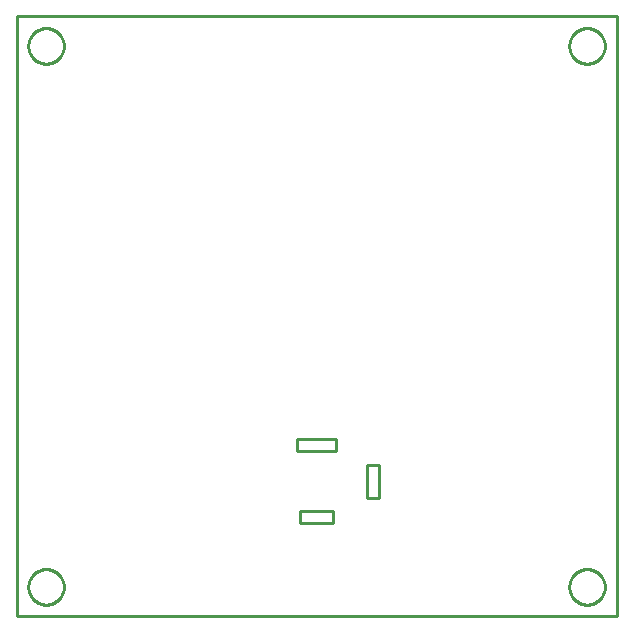
<source format=gbr>
G04 EAGLE Gerber RS-274X export*
G75*
%MOMM*%
%FSLAX34Y34*%
%LPD*%
%IN*%
%IPPOS*%
%AMOC8*
5,1,8,0,0,1.08239X$1,22.5*%
G01*
%ADD10C,0.254000*%


D10*
X0Y0D02*
X508000Y0D01*
X508000Y508000D01*
X0Y508000D01*
X0Y0D01*
X240000Y79300D02*
X268000Y79300D01*
X268000Y89300D01*
X240000Y89300D01*
X240000Y79300D01*
X237500Y140300D02*
X270500Y140300D01*
X270500Y150300D01*
X237500Y150300D01*
X237500Y140300D01*
X297000Y100300D02*
X307000Y100300D01*
X307000Y128300D01*
X297000Y128300D01*
X297000Y100300D01*
X40000Y24464D02*
X39924Y23396D01*
X39771Y22335D01*
X39543Y21288D01*
X39241Y20260D01*
X38867Y19256D01*
X38422Y18281D01*
X37908Y17341D01*
X37329Y16440D01*
X36687Y15582D01*
X35985Y14772D01*
X35228Y14015D01*
X34418Y13313D01*
X33560Y12671D01*
X32659Y12092D01*
X31719Y11578D01*
X30744Y11133D01*
X29740Y10759D01*
X28712Y10457D01*
X27665Y10229D01*
X26604Y10076D01*
X25536Y10000D01*
X24464Y10000D01*
X23396Y10076D01*
X22335Y10229D01*
X21288Y10457D01*
X20260Y10759D01*
X19256Y11133D01*
X18281Y11578D01*
X17341Y12092D01*
X16440Y12671D01*
X15582Y13313D01*
X14772Y14015D01*
X14015Y14772D01*
X13313Y15582D01*
X12671Y16440D01*
X12092Y17341D01*
X11578Y18281D01*
X11133Y19256D01*
X10759Y20260D01*
X10457Y21288D01*
X10229Y22335D01*
X10076Y23396D01*
X10000Y24464D01*
X10000Y25536D01*
X10076Y26604D01*
X10229Y27665D01*
X10457Y28712D01*
X10759Y29740D01*
X11133Y30744D01*
X11578Y31719D01*
X12092Y32659D01*
X12671Y33560D01*
X13313Y34418D01*
X14015Y35228D01*
X14772Y35985D01*
X15582Y36687D01*
X16440Y37329D01*
X17341Y37908D01*
X18281Y38422D01*
X19256Y38867D01*
X20260Y39241D01*
X21288Y39543D01*
X22335Y39771D01*
X23396Y39924D01*
X24464Y40000D01*
X25536Y40000D01*
X26604Y39924D01*
X27665Y39771D01*
X28712Y39543D01*
X29740Y39241D01*
X30744Y38867D01*
X31719Y38422D01*
X32659Y37908D01*
X33560Y37329D01*
X34418Y36687D01*
X35228Y35985D01*
X35985Y35228D01*
X36687Y34418D01*
X37329Y33560D01*
X37908Y32659D01*
X38422Y31719D01*
X38867Y30744D01*
X39241Y29740D01*
X39543Y28712D01*
X39771Y27665D01*
X39924Y26604D01*
X40000Y25536D01*
X40000Y24464D01*
X40000Y482464D02*
X39924Y481396D01*
X39771Y480335D01*
X39543Y479288D01*
X39241Y478260D01*
X38867Y477256D01*
X38422Y476281D01*
X37908Y475341D01*
X37329Y474440D01*
X36687Y473582D01*
X35985Y472772D01*
X35228Y472015D01*
X34418Y471313D01*
X33560Y470671D01*
X32659Y470092D01*
X31719Y469578D01*
X30744Y469133D01*
X29740Y468759D01*
X28712Y468457D01*
X27665Y468229D01*
X26604Y468076D01*
X25536Y468000D01*
X24464Y468000D01*
X23396Y468076D01*
X22335Y468229D01*
X21288Y468457D01*
X20260Y468759D01*
X19256Y469133D01*
X18281Y469578D01*
X17341Y470092D01*
X16440Y470671D01*
X15582Y471313D01*
X14772Y472015D01*
X14015Y472772D01*
X13313Y473582D01*
X12671Y474440D01*
X12092Y475341D01*
X11578Y476281D01*
X11133Y477256D01*
X10759Y478260D01*
X10457Y479288D01*
X10229Y480335D01*
X10076Y481396D01*
X10000Y482464D01*
X10000Y483536D01*
X10076Y484604D01*
X10229Y485665D01*
X10457Y486712D01*
X10759Y487740D01*
X11133Y488744D01*
X11578Y489719D01*
X12092Y490659D01*
X12671Y491560D01*
X13313Y492418D01*
X14015Y493228D01*
X14772Y493985D01*
X15582Y494687D01*
X16440Y495329D01*
X17341Y495908D01*
X18281Y496422D01*
X19256Y496867D01*
X20260Y497241D01*
X21288Y497543D01*
X22335Y497771D01*
X23396Y497924D01*
X24464Y498000D01*
X25536Y498000D01*
X26604Y497924D01*
X27665Y497771D01*
X28712Y497543D01*
X29740Y497241D01*
X30744Y496867D01*
X31719Y496422D01*
X32659Y495908D01*
X33560Y495329D01*
X34418Y494687D01*
X35228Y493985D01*
X35985Y493228D01*
X36687Y492418D01*
X37329Y491560D01*
X37908Y490659D01*
X38422Y489719D01*
X38867Y488744D01*
X39241Y487740D01*
X39543Y486712D01*
X39771Y485665D01*
X39924Y484604D01*
X40000Y483536D01*
X40000Y482464D01*
X498000Y482464D02*
X497924Y481396D01*
X497771Y480335D01*
X497543Y479288D01*
X497241Y478260D01*
X496867Y477256D01*
X496422Y476281D01*
X495908Y475341D01*
X495329Y474440D01*
X494687Y473582D01*
X493985Y472772D01*
X493228Y472015D01*
X492418Y471313D01*
X491560Y470671D01*
X490659Y470092D01*
X489719Y469578D01*
X488744Y469133D01*
X487740Y468759D01*
X486712Y468457D01*
X485665Y468229D01*
X484604Y468076D01*
X483536Y468000D01*
X482464Y468000D01*
X481396Y468076D01*
X480335Y468229D01*
X479288Y468457D01*
X478260Y468759D01*
X477256Y469133D01*
X476281Y469578D01*
X475341Y470092D01*
X474440Y470671D01*
X473582Y471313D01*
X472772Y472015D01*
X472015Y472772D01*
X471313Y473582D01*
X470671Y474440D01*
X470092Y475341D01*
X469578Y476281D01*
X469133Y477256D01*
X468759Y478260D01*
X468457Y479288D01*
X468229Y480335D01*
X468076Y481396D01*
X468000Y482464D01*
X468000Y483536D01*
X468076Y484604D01*
X468229Y485665D01*
X468457Y486712D01*
X468759Y487740D01*
X469133Y488744D01*
X469578Y489719D01*
X470092Y490659D01*
X470671Y491560D01*
X471313Y492418D01*
X472015Y493228D01*
X472772Y493985D01*
X473582Y494687D01*
X474440Y495329D01*
X475341Y495908D01*
X476281Y496422D01*
X477256Y496867D01*
X478260Y497241D01*
X479288Y497543D01*
X480335Y497771D01*
X481396Y497924D01*
X482464Y498000D01*
X483536Y498000D01*
X484604Y497924D01*
X485665Y497771D01*
X486712Y497543D01*
X487740Y497241D01*
X488744Y496867D01*
X489719Y496422D01*
X490659Y495908D01*
X491560Y495329D01*
X492418Y494687D01*
X493228Y493985D01*
X493985Y493228D01*
X494687Y492418D01*
X495329Y491560D01*
X495908Y490659D01*
X496422Y489719D01*
X496867Y488744D01*
X497241Y487740D01*
X497543Y486712D01*
X497771Y485665D01*
X497924Y484604D01*
X498000Y483536D01*
X498000Y482464D01*
X498000Y24464D02*
X497924Y23396D01*
X497771Y22335D01*
X497543Y21288D01*
X497241Y20260D01*
X496867Y19256D01*
X496422Y18281D01*
X495908Y17341D01*
X495329Y16440D01*
X494687Y15582D01*
X493985Y14772D01*
X493228Y14015D01*
X492418Y13313D01*
X491560Y12671D01*
X490659Y12092D01*
X489719Y11578D01*
X488744Y11133D01*
X487740Y10759D01*
X486712Y10457D01*
X485665Y10229D01*
X484604Y10076D01*
X483536Y10000D01*
X482464Y10000D01*
X481396Y10076D01*
X480335Y10229D01*
X479288Y10457D01*
X478260Y10759D01*
X477256Y11133D01*
X476281Y11578D01*
X475341Y12092D01*
X474440Y12671D01*
X473582Y13313D01*
X472772Y14015D01*
X472015Y14772D01*
X471313Y15582D01*
X470671Y16440D01*
X470092Y17341D01*
X469578Y18281D01*
X469133Y19256D01*
X468759Y20260D01*
X468457Y21288D01*
X468229Y22335D01*
X468076Y23396D01*
X468000Y24464D01*
X468000Y25536D01*
X468076Y26604D01*
X468229Y27665D01*
X468457Y28712D01*
X468759Y29740D01*
X469133Y30744D01*
X469578Y31719D01*
X470092Y32659D01*
X470671Y33560D01*
X471313Y34418D01*
X472015Y35228D01*
X472772Y35985D01*
X473582Y36687D01*
X474440Y37329D01*
X475341Y37908D01*
X476281Y38422D01*
X477256Y38867D01*
X478260Y39241D01*
X479288Y39543D01*
X480335Y39771D01*
X481396Y39924D01*
X482464Y40000D01*
X483536Y40000D01*
X484604Y39924D01*
X485665Y39771D01*
X486712Y39543D01*
X487740Y39241D01*
X488744Y38867D01*
X489719Y38422D01*
X490659Y37908D01*
X491560Y37329D01*
X492418Y36687D01*
X493228Y35985D01*
X493985Y35228D01*
X494687Y34418D01*
X495329Y33560D01*
X495908Y32659D01*
X496422Y31719D01*
X496867Y30744D01*
X497241Y29740D01*
X497543Y28712D01*
X497771Y27665D01*
X497924Y26604D01*
X498000Y25536D01*
X498000Y24464D01*
M02*

</source>
